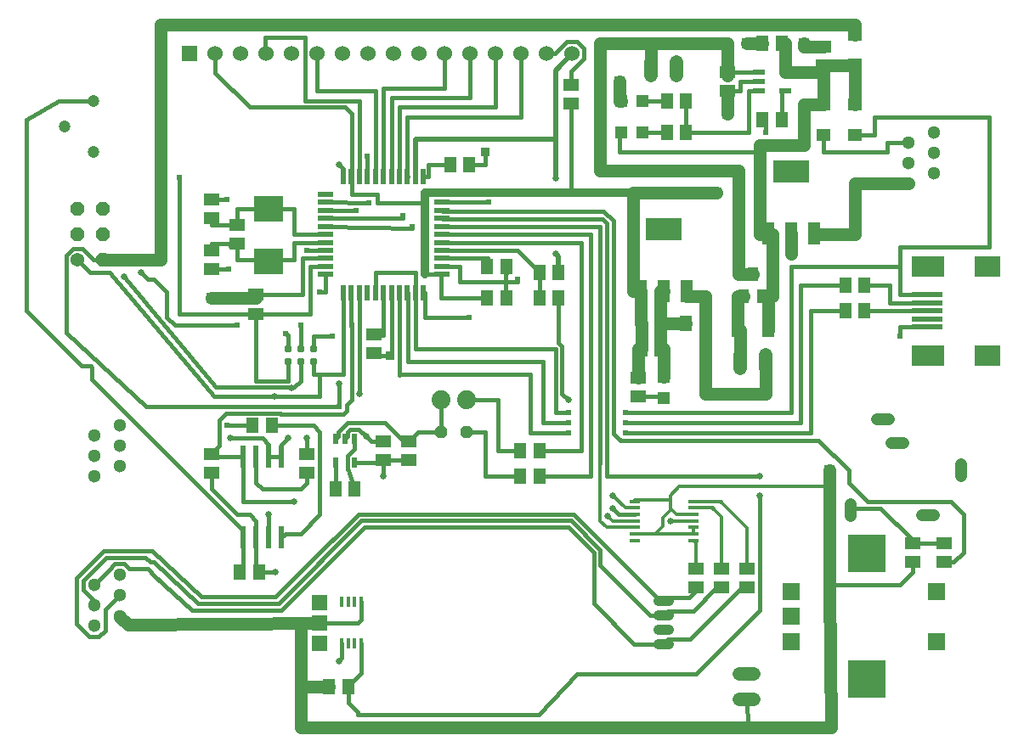
<source format=gbl>
G75*
%MOIN*%
%OFA0B0*%
%FSLAX25Y25*%
%IPPOS*%
%LPD*%
%AMOC8*
5,1,8,0,0,1.08239X$1,22.5*
%
%ADD10C,0.03100*%
%ADD11R,0.05906X0.05118*%
%ADD12R,0.09843X0.07874*%
%ADD13R,0.12992X0.07874*%
%ADD14R,0.12205X0.01969*%
%ADD15R,0.05118X0.06299*%
%ADD16R,0.05118X0.05906*%
%ADD17R,0.01969X0.05906*%
%ADD18R,0.05906X0.01969*%
%ADD19R,0.11811X0.09843*%
%ADD20R,0.04724X0.04724*%
%ADD21R,0.15024X0.15024*%
%ADD22R,0.07087X0.07087*%
%ADD23R,0.04724X0.02165*%
%ADD24C,0.04134*%
%ADD25R,0.06000X0.06000*%
%ADD26C,0.06000*%
%ADD27R,0.04800X0.08800*%
%ADD28R,0.14173X0.08661*%
%ADD29C,0.05118*%
%ADD30R,0.03937X0.05512*%
%ADD31R,0.04724X0.05512*%
%ADD32R,0.05512X0.04724*%
%ADD33C,0.07400*%
%ADD34R,0.05906X0.05906*%
%ADD35R,0.06299X0.05118*%
%ADD36OC8,0.04800*%
%ADD37C,0.05400*%
%ADD38OC8,0.05400*%
%ADD39C,0.04724*%
%ADD40C,0.05400*%
%ADD41R,0.01969X0.03937*%
%ADD42R,0.01772X0.03937*%
%ADD43C,0.04724*%
%ADD44R,0.02400X0.08700*%
%ADD45R,0.03900X0.01200*%
%ADD46C,0.01600*%
%ADD47C,0.05000*%
%ADD48R,0.02400X0.02400*%
%ADD49R,0.03562X0.03562*%
%ADD50R,0.03169X0.03169*%
%ADD51R,0.04134X0.04134*%
%ADD52C,0.02578*%
%ADD53C,0.01400*%
%ADD54C,0.01200*%
%ADD55C,0.02000*%
%ADD56C,0.03200*%
%ADD57C,0.01000*%
D10*
X0109825Y0151800D03*
X0114825Y0151800D03*
X0119825Y0151800D03*
X0119825Y0156800D03*
X0114825Y0156800D03*
X0109825Y0156800D03*
D11*
X0143575Y0155085D03*
X0143575Y0162565D03*
X0089825Y0198060D03*
X0079825Y0195540D03*
X0079825Y0188060D03*
X0079825Y0208060D03*
X0089825Y0205540D03*
X0079825Y0215540D03*
X0147325Y0120540D03*
X0157325Y0120540D03*
X0157325Y0113060D03*
X0147325Y0113060D03*
X0117325Y0115540D03*
X0117325Y0108060D03*
X0079825Y0108060D03*
X0079825Y0115540D03*
X0247325Y0138060D03*
X0247325Y0145540D03*
X0269825Y0070540D03*
X0279825Y0070540D03*
X0279825Y0063060D03*
X0269825Y0063060D03*
X0289825Y0063060D03*
X0289825Y0070540D03*
X0354825Y0073060D03*
X0354825Y0080540D03*
X0367325Y0080540D03*
X0367325Y0073060D03*
X0221075Y0253060D03*
X0221075Y0260540D03*
X0282325Y0258060D03*
X0282325Y0265540D03*
X0319825Y0268060D03*
X0319825Y0275540D03*
D12*
X0384136Y0189320D03*
X0384136Y0154280D03*
D13*
X0360908Y0154280D03*
X0360908Y0189320D03*
D14*
X0360514Y0178099D03*
X0360514Y0174950D03*
X0360514Y0171800D03*
X0360514Y0168650D03*
X0360514Y0165501D03*
D15*
X0336065Y0171800D03*
X0328585Y0171800D03*
X0328585Y0181800D03*
X0336065Y0181800D03*
X0181065Y0229300D03*
X0173585Y0229300D03*
D16*
X0188110Y0189300D03*
X0195590Y0189300D03*
X0208585Y0186800D03*
X0216065Y0186800D03*
X0216065Y0176800D03*
X0208585Y0176800D03*
X0195590Y0176800D03*
X0188110Y0176800D03*
X0248585Y0166800D03*
X0256065Y0166800D03*
X0266085Y0166800D03*
X0273565Y0166800D03*
X0256065Y0156800D03*
X0248585Y0156800D03*
X0208565Y0116800D03*
X0201085Y0116800D03*
X0201085Y0106800D03*
X0208565Y0106800D03*
X0136065Y0101800D03*
X0128585Y0101800D03*
X0103565Y0126800D03*
X0096085Y0126800D03*
X0098565Y0069300D03*
X0091085Y0069300D03*
X0126085Y0024300D03*
X0133565Y0024300D03*
X0258585Y0241800D03*
X0266065Y0241800D03*
X0266065Y0254300D03*
X0258585Y0254300D03*
X0296085Y0246800D03*
X0303565Y0246800D03*
X0303565Y0276800D03*
X0296085Y0276800D03*
D17*
X0163073Y0224635D03*
X0159924Y0224635D03*
X0156774Y0224635D03*
X0153624Y0224635D03*
X0150475Y0224635D03*
X0147325Y0224635D03*
X0144176Y0224635D03*
X0141026Y0224635D03*
X0137876Y0224635D03*
X0134727Y0224635D03*
X0131577Y0224635D03*
X0131577Y0178965D03*
X0134727Y0178965D03*
X0137876Y0178965D03*
X0141026Y0178965D03*
X0144176Y0178965D03*
X0147325Y0178965D03*
X0150475Y0178965D03*
X0153624Y0178965D03*
X0156774Y0178965D03*
X0159924Y0178965D03*
X0163073Y0178965D03*
D18*
X0170160Y0186052D03*
X0170160Y0189202D03*
X0170160Y0192351D03*
X0170160Y0195501D03*
X0170160Y0198650D03*
X0170160Y0201800D03*
X0170160Y0204950D03*
X0170160Y0208099D03*
X0170160Y0211249D03*
X0170160Y0214398D03*
X0170160Y0217548D03*
X0124491Y0217548D03*
X0124491Y0214398D03*
X0124491Y0211249D03*
X0124491Y0208099D03*
X0124491Y0204950D03*
X0124491Y0201800D03*
X0124491Y0198650D03*
X0124491Y0195501D03*
X0124491Y0192351D03*
X0124491Y0189202D03*
X0124491Y0186052D03*
D19*
X0102325Y0191308D03*
X0102325Y0211898D03*
D20*
X0240691Y0241800D03*
X0248959Y0241800D03*
X0248959Y0254300D03*
X0240691Y0254300D03*
X0257325Y0145934D03*
X0257325Y0137666D03*
D21*
X0336853Y0076406D03*
X0336853Y0027194D03*
D22*
X0364412Y0041957D03*
X0364412Y0061643D03*
X0307325Y0061643D03*
X0307325Y0051800D03*
X0307325Y0041957D03*
D23*
X0304944Y0258060D03*
X0294707Y0258060D03*
X0294707Y0261800D03*
X0294707Y0265540D03*
X0304944Y0265540D03*
D24*
X0259392Y0057861D02*
X0255258Y0057861D01*
X0255258Y0052237D02*
X0259392Y0052237D01*
X0259392Y0046613D02*
X0255258Y0046613D01*
X0255258Y0040989D02*
X0259392Y0040989D01*
D25*
X0071341Y0272824D03*
D26*
X0081341Y0272824D03*
X0091341Y0272824D03*
X0101341Y0272824D03*
X0111341Y0272824D03*
X0121341Y0272824D03*
X0131341Y0272824D03*
X0141341Y0272824D03*
X0151341Y0272824D03*
X0161341Y0272824D03*
X0171341Y0272824D03*
X0181341Y0272824D03*
X0191341Y0272824D03*
X0201341Y0272824D03*
X0211341Y0272824D03*
X0221341Y0272824D03*
D27*
X0298225Y0202100D03*
X0307325Y0202100D03*
X0316425Y0202100D03*
X0266425Y0179600D03*
X0257325Y0179600D03*
X0248225Y0179600D03*
D28*
X0257325Y0204001D03*
X0307325Y0226501D03*
D29*
X0353270Y0229831D03*
X0363270Y0233769D03*
X0353270Y0237863D03*
X0363270Y0241800D03*
X0363270Y0225737D03*
X0353270Y0221800D03*
X0043880Y0126800D03*
X0033880Y0122863D03*
X0033880Y0114831D03*
X0043880Y0118769D03*
X0043880Y0110737D03*
X0033880Y0106800D03*
X0043880Y0068050D03*
X0033880Y0064113D03*
X0033880Y0056081D03*
X0043880Y0060019D03*
X0043880Y0051987D03*
X0033880Y0048050D03*
D30*
X0288585Y0177469D03*
X0296065Y0177469D03*
X0292325Y0186131D03*
D31*
X0286420Y0164300D03*
X0298231Y0164300D03*
D32*
X0319825Y0240894D03*
X0332325Y0240894D03*
X0332325Y0252706D03*
X0319825Y0252706D03*
X0332325Y0268394D03*
X0332325Y0280206D03*
D33*
X0179825Y0136800D03*
X0169825Y0136800D03*
D34*
X0122325Y0057300D03*
X0122325Y0049300D03*
X0122325Y0041300D03*
D35*
X0097325Y0170560D03*
X0097325Y0178040D03*
D36*
X0169825Y0124300D03*
X0179825Y0124300D03*
D37*
X0027325Y0191800D03*
D38*
X0037325Y0191800D03*
X0037325Y0201800D03*
X0027325Y0201800D03*
X0027325Y0211800D03*
X0037325Y0211800D03*
D39*
X0033546Y0234300D03*
X0022325Y0244300D03*
X0033546Y0254300D03*
D40*
X0252325Y0264100D02*
X0252325Y0269500D01*
X0262325Y0269500D02*
X0262325Y0264100D01*
X0287325Y0154500D02*
X0287325Y0149100D01*
X0297325Y0149100D02*
X0297325Y0154500D01*
X0292525Y0029300D02*
X0287125Y0029300D01*
X0287125Y0019300D02*
X0292525Y0019300D01*
D41*
X0136065Y0112076D03*
X0128585Y0112076D03*
X0128585Y0121524D03*
X0132325Y0121524D03*
X0136065Y0121524D03*
D42*
X0136105Y0057371D03*
X0138664Y0057371D03*
X0133546Y0057371D03*
X0130987Y0057371D03*
X0130987Y0041229D03*
X0133546Y0041229D03*
X0136105Y0041229D03*
X0138664Y0041229D03*
D43*
X0330750Y0091190D02*
X0330750Y0095914D01*
X0358703Y0091387D02*
X0363428Y0091387D01*
X0374057Y0106938D02*
X0374057Y0111662D01*
X0351223Y0119733D02*
X0346498Y0119733D01*
X0345711Y0129182D02*
X0340987Y0129182D01*
D44*
X0107325Y0114600D03*
X0102325Y0114600D03*
X0097325Y0114600D03*
X0092325Y0114600D03*
X0092325Y0082750D03*
X0097325Y0082750D03*
X0102325Y0082750D03*
X0107325Y0082750D03*
D45*
X0245838Y0081623D03*
X0245838Y0084182D03*
X0245838Y0086741D03*
X0245838Y0089300D03*
X0245838Y0091859D03*
X0245838Y0094418D03*
X0245838Y0096977D03*
X0268813Y0096977D03*
X0268813Y0094418D03*
X0268813Y0091859D03*
X0268813Y0089300D03*
X0268813Y0086741D03*
X0268813Y0084182D03*
X0268813Y0081623D03*
D46*
X0032081Y0043707D02*
X0026953Y0048835D01*
X0026953Y0066983D01*
X0037532Y0077562D01*
X0056468Y0077562D01*
X0075811Y0059469D01*
X0104994Y0059469D01*
X0117325Y0071800D01*
X0137494Y0091969D01*
X0138732Y0091969D01*
X0137684Y0091969D01*
X0138732Y0091969D02*
X0221966Y0091969D01*
X0256074Y0057861D01*
X0257325Y0057861D01*
X0258764Y0059300D01*
X0267325Y0059300D01*
X0269825Y0061800D01*
X0269825Y0063060D01*
X0277860Y0063060D02*
X0268810Y0054010D01*
X0259098Y0054010D01*
X0257325Y0052237D01*
X0251890Y0052237D01*
X0232409Y0071718D01*
X0232409Y0077870D01*
X0220896Y0089384D01*
X0138755Y0089384D01*
X0106255Y0056884D01*
X0074741Y0056884D01*
X0057325Y0073050D01*
X0055980Y0073050D01*
X0054052Y0074978D01*
X0038603Y0074978D01*
X0029537Y0065912D01*
X0029537Y0062314D01*
X0033880Y0057971D01*
X0033880Y0056081D01*
X0038224Y0054362D02*
X0043880Y0060019D01*
X0038224Y0054362D02*
X0038224Y0046251D01*
X0035679Y0043707D01*
X0032081Y0043707D01*
X0033880Y0064113D02*
X0039537Y0069770D01*
X0039537Y0069849D01*
X0042081Y0072393D01*
X0045679Y0072393D01*
X0047523Y0070550D01*
X0054825Y0070550D01*
X0057713Y0067662D01*
X0072325Y0054300D01*
X0107325Y0054300D01*
X0139825Y0086800D01*
X0140003Y0086800D01*
X0139825Y0086800D01*
X0140003Y0086800D02*
X0219825Y0086800D01*
X0229825Y0076800D01*
X0229825Y0056800D01*
X0245636Y0040989D01*
X0257325Y0040989D01*
X0259098Y0042762D01*
X0267562Y0042762D01*
X0287860Y0063060D01*
X0289825Y0063060D01*
X0279825Y0063060D02*
X0277860Y0063060D01*
X0269825Y0070540D02*
X0269825Y0070610D01*
X0294825Y0054300D02*
X0294825Y0099300D01*
X0294825Y0106800D02*
X0234825Y0106800D01*
X0234825Y0110645D01*
X0234909Y0110730D01*
X0234909Y0206020D01*
X0233211Y0207718D01*
X0170541Y0207718D01*
X0170160Y0208099D01*
X0170541Y0210868D02*
X0233716Y0210868D01*
X0237494Y0207091D01*
X0237494Y0123506D01*
X0239825Y0121175D01*
X0240177Y0121175D01*
X0240336Y0121016D01*
X0318109Y0121016D01*
X0329825Y0109300D01*
X0329825Y0104300D01*
X0337241Y0096884D01*
X0343396Y0096884D01*
X0343480Y0096800D01*
X0369825Y0096800D01*
X0374825Y0091800D01*
X0374825Y0076800D01*
X0371085Y0073060D01*
X0367325Y0073060D01*
X0367325Y0080540D02*
X0354825Y0080540D01*
X0354825Y0081800D01*
X0342325Y0094300D01*
X0331498Y0094300D01*
X0330750Y0093552D01*
X0354825Y0073060D02*
X0354825Y0069300D01*
X0349825Y0064300D01*
X0323550Y0064300D01*
X0322325Y0063076D01*
X0294825Y0054300D02*
X0269825Y0029300D01*
X0223219Y0029300D01*
X0208319Y0013150D01*
X0137425Y0013150D01*
X0137325Y0014300D02*
X0133652Y0017973D01*
X0133652Y0024387D01*
X0138664Y0029398D01*
X0138664Y0041229D01*
X0130987Y0041229D02*
X0130987Y0035639D01*
X0129825Y0034300D01*
X0137325Y0049300D02*
X0122325Y0049300D01*
X0137325Y0049300D02*
X0138664Y0050639D01*
X0138664Y0057371D01*
X0117987Y0072462D02*
X0117325Y0071800D01*
X0104825Y0069300D02*
X0098565Y0069300D01*
X0097325Y0070540D01*
X0097325Y0082750D01*
X0097325Y0089300D01*
X0094909Y0091716D01*
X0093755Y0091716D01*
X0093670Y0091800D01*
X0089825Y0091800D01*
X0079825Y0101800D01*
X0079825Y0108060D01*
X0080765Y0114600D02*
X0079825Y0115540D01*
X0082991Y0118706D01*
X0082991Y0128739D01*
X0085789Y0131537D01*
X0106863Y0131537D01*
X0107085Y0131316D01*
X0131764Y0131316D01*
X0132809Y0132361D01*
X0132809Y0134784D01*
X0134825Y0136800D01*
X0134825Y0166250D01*
X0134727Y0166348D01*
X0134727Y0178965D01*
X0137876Y0178965D02*
X0137876Y0139322D01*
X0137898Y0139300D01*
X0129825Y0143050D02*
X0129825Y0134300D01*
X0054316Y0134300D01*
X0022841Y0163275D01*
X0022841Y0193657D01*
X0025468Y0196284D01*
X0029183Y0196284D01*
X0033667Y0191800D01*
X0037325Y0191800D01*
X0039825Y0186800D02*
X0032325Y0186800D01*
X0027325Y0191800D01*
X0039825Y0186800D02*
X0081075Y0138050D01*
X0104565Y0138050D01*
X0122325Y0138050D01*
X0122325Y0146800D01*
X0119825Y0146800D01*
X0119825Y0151800D01*
X0114825Y0151800D02*
X0114825Y0144300D01*
X0112325Y0141800D01*
X0111671Y0141800D01*
X0111326Y0141454D01*
X0111671Y0141800D02*
X0110980Y0141800D01*
X0110896Y0141716D01*
X0081756Y0141716D01*
X0045748Y0185223D01*
X0052325Y0186800D02*
X0054825Y0184300D01*
X0057325Y0184300D01*
X0062325Y0179300D01*
X0062325Y0169300D01*
X0065500Y0166125D01*
X0089825Y0166125D01*
X0097325Y0170560D02*
X0067325Y0170560D01*
X0067325Y0224300D01*
X0079825Y0215540D02*
X0085975Y0215450D01*
X0089825Y0211898D02*
X0089825Y0205540D01*
X0079825Y0205540D01*
X0079825Y0208060D01*
X0089825Y0211898D02*
X0102325Y0211898D01*
X0102325Y0211800D01*
X0112325Y0211800D01*
X0112325Y0201800D01*
X0124491Y0201800D01*
X0124491Y0198650D02*
X0112325Y0198650D01*
X0112325Y0191800D01*
X0102325Y0191800D01*
X0102325Y0191308D01*
X0102325Y0191800D02*
X0089825Y0191800D01*
X0089825Y0198060D01*
X0079825Y0198060D01*
X0079825Y0195540D01*
X0087325Y0197312D02*
X0089825Y0198060D01*
X0086650Y0188150D02*
X0079825Y0188060D01*
X0097325Y0178040D02*
X0115475Y0178040D01*
X0115475Y0192351D01*
X0124491Y0192351D01*
X0124491Y0189202D02*
X0118625Y0189202D01*
X0118625Y0170560D01*
X0097325Y0170560D01*
X0097325Y0144300D01*
X0109825Y0144300D01*
X0109825Y0151800D01*
X0109825Y0156800D02*
X0109825Y0162100D01*
X0108925Y0163000D01*
X0114825Y0166250D02*
X0114825Y0156800D01*
X0119825Y0156800D02*
X0119825Y0161800D01*
X0127325Y0161800D01*
X0143575Y0162565D02*
X0147325Y0162312D01*
X0147325Y0178965D01*
X0144176Y0178965D02*
X0144176Y0186800D01*
X0159825Y0186800D01*
X0159825Y0178965D01*
X0159825Y0156800D01*
X0214825Y0156800D01*
X0214825Y0131800D01*
X0219825Y0131800D01*
X0219825Y0127900D02*
X0209825Y0127900D01*
X0209825Y0151800D01*
X0157025Y0151800D01*
X0157025Y0178965D01*
X0156774Y0178965D01*
X0153775Y0178965D02*
X0153775Y0146800D01*
X0153775Y0146500D01*
X0153775Y0146800D02*
X0204825Y0146800D01*
X0204825Y0124000D01*
X0219825Y0124000D01*
X0224825Y0116800D02*
X0208565Y0116800D01*
X0201085Y0116800D02*
X0192325Y0116800D01*
X0192325Y0136800D01*
X0179825Y0136800D01*
X0169825Y0136800D02*
X0169825Y0124300D01*
X0161085Y0124300D01*
X0157325Y0120540D01*
X0155360Y0120540D01*
X0148039Y0127861D01*
X0133186Y0127861D01*
X0129557Y0124232D01*
X0129557Y0122496D01*
X0128585Y0121524D01*
X0132325Y0121524D02*
X0133297Y0122496D01*
X0133297Y0124232D01*
X0134342Y0125277D01*
X0137789Y0125277D01*
X0140487Y0122579D01*
X0142526Y0120540D01*
X0147325Y0120540D01*
X0147325Y0113060D02*
X0146341Y0112076D01*
X0136065Y0112076D01*
X0133297Y0114783D02*
X0133297Y0109368D01*
X0133565Y0109100D01*
X0136065Y0101800D01*
X0128585Y0101800D02*
X0128585Y0112076D01*
X0133297Y0114783D02*
X0136065Y0117552D01*
X0136065Y0121524D01*
X0122325Y0124300D02*
X0122325Y0091800D01*
X0114825Y0084300D01*
X0108875Y0084300D01*
X0107325Y0082750D01*
X0102325Y0082750D02*
X0102325Y0091800D01*
X0092325Y0096800D02*
X0092325Y0114600D01*
X0080765Y0114600D01*
X0087325Y0121800D02*
X0099825Y0121800D01*
X0102325Y0119300D01*
X0102325Y0114600D01*
X0107325Y0114600D01*
X0107325Y0119300D01*
X0109825Y0121800D01*
X0117325Y0121800D02*
X0117325Y0115540D01*
X0117325Y0108060D02*
X0117325Y0104300D01*
X0114825Y0101800D01*
X0099825Y0101800D01*
X0097325Y0104300D01*
X0097325Y0114600D01*
X0096085Y0126800D02*
X0085975Y0126800D01*
X0103565Y0126800D02*
X0119825Y0126800D01*
X0122325Y0124300D01*
X0147325Y0113060D02*
X0147325Y0106800D01*
X0147325Y0113060D02*
X0157325Y0113060D01*
X0179825Y0124300D02*
X0187325Y0124300D01*
X0187325Y0106800D01*
X0201085Y0106800D01*
X0208565Y0106800D02*
X0228625Y0106800D01*
X0228625Y0201800D01*
X0170160Y0201800D01*
X0170160Y0198800D02*
X0170160Y0198650D01*
X0224825Y0198650D01*
X0224825Y0116800D01*
X0232325Y0111800D02*
X0232325Y0204950D01*
X0170160Y0204950D01*
X0170541Y0210868D02*
X0170160Y0211249D01*
X0170160Y0214398D02*
X0188565Y0214398D01*
X0187325Y0229300D02*
X0181065Y0229300D01*
X0187325Y0229300D02*
X0187325Y0234300D01*
X0173585Y0229300D02*
X0164825Y0229300D01*
X0164825Y0224635D01*
X0163073Y0224635D01*
X0159924Y0224635D02*
X0159825Y0224635D01*
X0156825Y0224635D02*
X0156774Y0224635D01*
X0156774Y0247875D01*
X0201341Y0247875D01*
X0201341Y0272824D01*
X0211341Y0272824D02*
X0214575Y0272824D01*
X0219359Y0277608D01*
X0223323Y0277608D01*
X0226125Y0274805D01*
X0226125Y0270842D01*
X0221075Y0265792D01*
X0221075Y0260540D01*
X0221075Y0253060D02*
X0221075Y0218272D01*
X0211678Y0218250D01*
X0214714Y0239300D02*
X0214825Y0239411D01*
X0239825Y0241800D02*
X0239825Y0234300D01*
X0294825Y0234300D01*
X0297325Y0241800D02*
X0297325Y0246800D01*
X0296085Y0246800D01*
X0303565Y0246800D02*
X0303565Y0258060D01*
X0304944Y0258060D01*
X0294707Y0258060D02*
X0290475Y0258060D01*
X0290475Y0241800D01*
X0266065Y0241800D01*
X0266065Y0254300D01*
X0258585Y0254300D02*
X0248959Y0254300D01*
X0248959Y0241800D02*
X0258585Y0241800D01*
X0240691Y0241800D02*
X0239825Y0241800D01*
X0282325Y0258060D02*
X0287325Y0258060D01*
X0287325Y0261800D01*
X0294707Y0261800D01*
X0294707Y0265540D02*
X0282325Y0265540D01*
X0303565Y0276800D02*
X0304944Y0276800D01*
X0339825Y0248000D02*
X0339825Y0240894D01*
X0332325Y0240894D01*
X0339825Y0248000D02*
X0384825Y0248000D01*
X0384825Y0196800D01*
X0349825Y0196800D01*
X0349825Y0189300D01*
X0349825Y0178099D01*
X0360514Y0178099D01*
X0360514Y0174950D02*
X0346025Y0174950D01*
X0346025Y0181800D01*
X0336065Y0181800D01*
X0328585Y0181800D02*
X0311075Y0181800D01*
X0311075Y0127900D01*
X0242275Y0127900D01*
X0242275Y0124000D02*
X0314825Y0124000D01*
X0314825Y0171800D01*
X0328585Y0171800D01*
X0336065Y0171800D02*
X0360514Y0171800D01*
X0360514Y0165501D02*
X0349825Y0165501D01*
X0349825Y0161800D01*
X0349825Y0189300D02*
X0307325Y0189300D01*
X0307325Y0131800D01*
X0242275Y0131800D01*
X0247325Y0138060D02*
X0257325Y0138060D01*
X0257325Y0137666D01*
X0257325Y0156800D02*
X0256065Y0156800D01*
X0256065Y0166800D02*
X0257325Y0166800D01*
X0266425Y0177469D02*
X0266425Y0179600D01*
X0267325Y0179600D01*
X0273565Y0166800D02*
X0274825Y0166800D01*
X0296065Y0177469D02*
X0298225Y0177469D01*
X0298231Y0177469D01*
X0298225Y0201800D02*
X0298225Y0202100D01*
X0299525Y0202100D01*
X0299825Y0201800D01*
X0319825Y0234300D02*
X0344825Y0234300D01*
X0344825Y0237863D01*
X0353270Y0237863D01*
X0319825Y0240894D02*
X0319825Y0234300D01*
X0216065Y0176800D02*
X0216065Y0159215D01*
X0217409Y0157870D01*
X0217409Y0139216D01*
X0219825Y0136800D01*
X0180825Y0169050D02*
X0180825Y0169300D01*
X0163575Y0169300D01*
X0163575Y0178965D01*
X0163073Y0178965D01*
X0159924Y0178965D02*
X0159825Y0178965D01*
X0153775Y0178965D02*
X0153624Y0178965D01*
X0150475Y0178965D02*
X0150475Y0154300D01*
X0149825Y0154300D01*
X0143575Y0154300D01*
X0143575Y0155085D01*
X0131577Y0146800D02*
X0131577Y0178965D01*
X0124491Y0179300D02*
X0124491Y0186052D01*
X0124491Y0179300D02*
X0122325Y0179300D01*
X0124491Y0195501D02*
X0117375Y0195501D01*
X0117375Y0195500D01*
X0124491Y0204950D02*
X0158725Y0204300D01*
X0158725Y0204950D01*
X0155025Y0208099D02*
X0124491Y0208099D01*
X0124491Y0211249D02*
X0136575Y0211249D01*
X0136575Y0211300D01*
X0141775Y0214300D02*
X0124491Y0214398D01*
X0134825Y0217450D02*
X0134825Y0224635D01*
X0134825Y0249300D01*
X0132409Y0251716D01*
X0115430Y0251716D01*
X0115345Y0251800D01*
X0094825Y0251800D01*
X0081341Y0265284D01*
X0081341Y0272824D01*
X0091325Y0272824D02*
X0091341Y0272824D01*
X0101075Y0272824D02*
X0101075Y0279300D01*
X0116500Y0279300D01*
X0116500Y0254300D01*
X0137876Y0254300D01*
X0137876Y0224635D01*
X0134825Y0224635D02*
X0134727Y0224635D01*
X0131675Y0224635D02*
X0131577Y0224635D01*
X0131577Y0227548D01*
X0129825Y0229300D01*
X0140875Y0232135D02*
X0140875Y0232550D01*
X0140875Y0232135D02*
X0141075Y0232135D01*
X0141026Y0224635D01*
X0144176Y0224635D02*
X0144176Y0258050D01*
X0121341Y0258050D01*
X0121341Y0272824D01*
X0101341Y0272824D02*
X0101075Y0272824D01*
X0147325Y0259300D02*
X0171341Y0259300D01*
X0171341Y0272824D01*
X0181341Y0272824D02*
X0181341Y0255550D01*
X0150475Y0255550D01*
X0150475Y0224635D01*
X0153624Y0224635D02*
X0153624Y0251800D01*
X0191341Y0251800D01*
X0191341Y0272824D01*
X0147325Y0259300D02*
X0147325Y0224635D01*
X0144925Y0217450D02*
X0144925Y0214300D01*
X0162975Y0214300D01*
X0162975Y0217548D01*
X0170160Y0217548D01*
X0162975Y0214300D02*
X0163650Y0186052D01*
X0170160Y0186052D01*
X0169825Y0186052D01*
X0169825Y0176800D01*
X0188110Y0176800D01*
X0195590Y0176800D02*
X0195337Y0183050D01*
X0199825Y0183050D01*
X0199825Y0184300D01*
X0195337Y0183050D02*
X0177325Y0183050D01*
X0177325Y0189202D01*
X0170160Y0189202D01*
X0170160Y0192351D02*
X0188363Y0192351D01*
X0188110Y0189300D01*
X0195337Y0189202D02*
X0195590Y0189300D01*
X0195337Y0183050D01*
X0199884Y0195501D02*
X0208585Y0186800D01*
X0208585Y0176800D01*
X0199884Y0195501D02*
X0170160Y0195501D01*
X0170160Y0195550D01*
X0155025Y0208099D02*
X0154925Y0209300D01*
X0144925Y0217450D02*
X0134825Y0217450D01*
X0131577Y0146800D02*
X0122325Y0146800D01*
X0112325Y0096800D02*
X0092325Y0096800D01*
X0092325Y0085645D02*
X0033125Y0144845D01*
X0033125Y0149631D01*
X0032657Y0150100D01*
X0029025Y0150100D01*
X0007325Y0171800D01*
X0007325Y0246800D01*
X0019825Y0254300D01*
X0033546Y0254300D01*
X0237325Y0094300D02*
X0239766Y0091859D01*
X0245838Y0091859D01*
X0276185Y0094418D02*
X0276460Y0094143D01*
X0279498Y0096977D02*
X0279673Y0096802D01*
X0364412Y0061643D02*
X0364412Y0060560D01*
X0289825Y0019300D02*
X0290200Y0008050D01*
X0237325Y0009646D02*
X0199479Y0008050D01*
X0092325Y0070540D02*
X0091085Y0069300D01*
X0092325Y0070540D02*
X0092325Y0082750D01*
X0092325Y0085645D01*
X0059825Y0065550D02*
X0057713Y0067662D01*
D47*
X0043880Y0051987D02*
X0043880Y0051495D01*
X0047325Y0048675D01*
X0122325Y0049300D01*
X0114825Y0049300D01*
X0114825Y0024306D01*
X0114831Y0024300D01*
X0126085Y0024300D01*
X0114825Y0024306D02*
X0114825Y0008050D01*
X0199479Y0008050D01*
X0290200Y0008050D01*
X0322950Y0008050D01*
X0322325Y0063076D01*
X0322325Y0102900D01*
X0322325Y0109300D01*
X0297325Y0139300D02*
X0297325Y0151800D01*
X0287325Y0151800D02*
X0287325Y0163394D01*
X0286420Y0164300D01*
X0287325Y0164300D01*
X0286420Y0164300D02*
X0286420Y0177469D01*
X0288585Y0177469D01*
X0286500Y0186075D02*
X0292325Y0186075D01*
X0292325Y0186131D01*
X0286500Y0186075D02*
X0286500Y0226800D01*
X0232325Y0226800D01*
X0232325Y0276800D01*
X0253028Y0276800D01*
X0252325Y0276097D01*
X0252325Y0266800D01*
X0239825Y0261800D02*
X0239825Y0254300D01*
X0240691Y0254300D01*
X0253028Y0276800D02*
X0282325Y0276800D01*
X0282325Y0265540D01*
X0282325Y0264300D01*
X0282325Y0258060D02*
X0282325Y0249300D01*
X0294825Y0236800D02*
X0294825Y0234300D01*
X0294825Y0201800D01*
X0298225Y0201800D01*
X0299825Y0201800D02*
X0299825Y0177469D01*
X0298225Y0177469D01*
X0298231Y0177469D02*
X0298231Y0164300D01*
X0273565Y0166800D02*
X0273565Y0177469D01*
X0266425Y0177469D01*
X0257325Y0179600D02*
X0256065Y0179600D01*
X0256065Y0173517D01*
X0256065Y0166800D01*
X0256065Y0156800D01*
X0257325Y0156800D02*
X0257325Y0151800D01*
X0257325Y0145934D01*
X0247325Y0145540D02*
X0247325Y0156800D01*
X0248585Y0156800D01*
X0248585Y0166800D01*
X0248225Y0166800D01*
X0248225Y0179600D01*
X0245325Y0179600D01*
X0245325Y0218250D01*
X0277325Y0218250D01*
X0277950Y0218050D01*
X0294825Y0236800D02*
X0312325Y0236800D01*
X0312325Y0252706D01*
X0319825Y0252706D01*
X0319825Y0268060D01*
X0332325Y0268060D01*
X0332325Y0268394D01*
X0332325Y0252706D01*
X0319825Y0265540D02*
X0319825Y0268060D01*
X0319825Y0265540D02*
X0304944Y0265540D01*
X0304944Y0276800D01*
X0312325Y0276800D02*
X0312325Y0275540D01*
X0319825Y0275540D01*
X0332325Y0280206D02*
X0332325Y0284300D01*
X0059825Y0284300D01*
X0059825Y0191800D01*
X0037325Y0191800D01*
X0079825Y0176800D02*
X0097325Y0176800D01*
X0097325Y0178040D01*
X0256065Y0166800D02*
X0266085Y0166800D01*
X0273565Y0166800D02*
X0273565Y0139300D01*
X0297325Y0139300D01*
X0307325Y0194300D02*
X0307325Y0202100D01*
X0316425Y0202100D02*
X0316425Y0201800D01*
X0332325Y0201800D01*
X0332325Y0221800D01*
X0353270Y0221800D01*
X0296085Y0276800D02*
X0289825Y0276800D01*
D48*
X0297325Y0241800D03*
X0199825Y0184300D03*
X0180825Y0169050D03*
X0134825Y0166250D03*
X0127325Y0161800D03*
X0114825Y0166250D03*
X0108925Y0163000D03*
X0089825Y0166125D03*
X0086650Y0188150D03*
X0117375Y0195500D03*
X0122325Y0179300D03*
X0158725Y0204950D03*
X0154925Y0209300D03*
X0141775Y0214300D03*
X0136575Y0211300D03*
X0140875Y0232550D03*
X0188565Y0214398D03*
X0085975Y0215450D03*
X0067325Y0224300D03*
X0129825Y0134300D03*
X0085975Y0126800D03*
X0219825Y0127900D03*
X0219825Y0124000D03*
X0219825Y0131800D03*
X0242275Y0131800D03*
X0242275Y0127900D03*
X0242275Y0124000D03*
X0349825Y0161800D03*
D49*
X0307325Y0194300D03*
X0187325Y0234300D03*
D50*
X0149825Y0154300D03*
D51*
X0079825Y0176800D03*
X0239825Y0261800D03*
X0282325Y0249300D03*
X0289825Y0276800D03*
X0312325Y0276800D03*
X0277950Y0218050D03*
X0256065Y0173517D03*
X0257325Y0151800D03*
X0322325Y0109300D03*
D52*
X0294825Y0106800D03*
X0294825Y0099300D03*
X0259825Y0089300D03*
X0237325Y0094300D03*
X0235298Y0091251D03*
X0237325Y0099300D03*
X0219825Y0136800D03*
X0147325Y0106800D03*
X0140487Y0122579D03*
X0117325Y0121800D03*
X0109825Y0121800D03*
X0104565Y0138050D03*
X0111326Y0141454D03*
X0129825Y0143050D03*
X0137898Y0139300D03*
X0087325Y0121800D03*
X0112325Y0096800D03*
X0102325Y0091800D03*
X0104825Y0069300D03*
X0129825Y0034300D03*
X0052325Y0186800D03*
X0045748Y0185223D03*
X0129825Y0229300D03*
X0214825Y0223727D03*
X0214825Y0194300D03*
D53*
X0232325Y0111800D02*
X0232325Y0089300D01*
X0234825Y0086800D01*
X0245779Y0086800D01*
X0245838Y0086741D01*
X0245838Y0089300D02*
X0237250Y0089300D01*
X0235298Y0091251D01*
X0242207Y0094418D02*
X0237325Y0099300D01*
X0242207Y0094418D02*
X0245838Y0094418D01*
X0245838Y0096977D02*
X0246024Y0097416D01*
X0259825Y0097416D01*
X0259825Y0099300D01*
X0263426Y0102900D01*
X0322325Y0102900D01*
X0289825Y0086650D02*
X0279673Y0096802D01*
X0279498Y0096977D02*
X0268813Y0096977D01*
X0268813Y0094418D02*
X0276185Y0094418D01*
X0276460Y0094143D02*
X0279825Y0090778D01*
X0279825Y0070540D01*
X0269825Y0070540D02*
X0269825Y0080610D01*
X0268813Y0081623D01*
X0268813Y0084182D02*
X0268813Y0086741D01*
X0268813Y0089300D02*
X0259825Y0089300D01*
X0256852Y0090532D02*
X0256852Y0087103D01*
X0253931Y0084182D01*
X0268813Y0084182D01*
X0268754Y0091800D02*
X0262325Y0091800D01*
X0259825Y0094300D01*
X0259825Y0093505D01*
X0256852Y0090532D01*
X0259825Y0094300D02*
X0259825Y0097416D01*
X0253931Y0084182D02*
X0245838Y0084182D01*
X0289825Y0086650D02*
X0289825Y0070540D01*
D54*
X0137325Y0014300D02*
X0137425Y0013150D01*
X0133565Y0024300D02*
X0133652Y0024387D01*
D55*
X0216065Y0186800D02*
X0216065Y0193040D01*
X0214825Y0194300D01*
X0214825Y0223727D02*
X0214825Y0239411D01*
X0214825Y0266308D01*
X0221341Y0272824D01*
X0214714Y0239300D02*
X0159825Y0239300D01*
X0159825Y0224635D01*
D56*
X0163650Y0218250D02*
X0163650Y0186052D01*
X0163650Y0218250D02*
X0211678Y0218250D01*
X0245325Y0218250D01*
X0247325Y0179600D02*
X0248225Y0179600D01*
D57*
X0268813Y0091859D02*
X0268754Y0091800D01*
M02*

</source>
